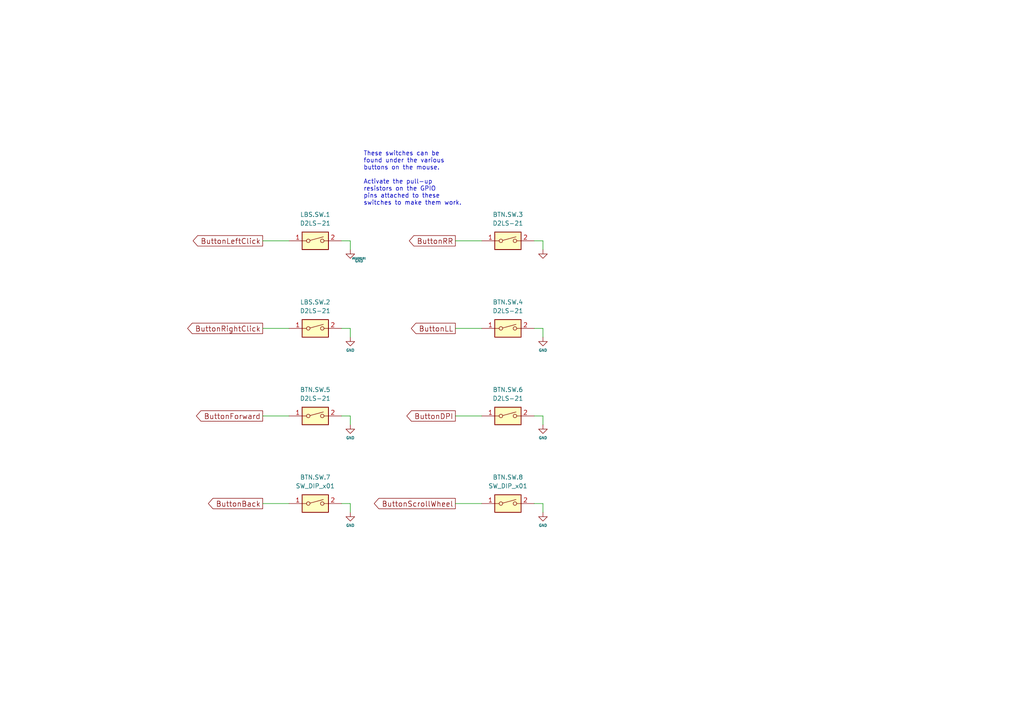
<source format=kicad_sch>
(kicad_sch (version 20211123) (generator eeschema)
  (paper "A4")
  (title_block (title "Buttons-SchDoc") (date "17 01 2023") (rev "2.001") (comment 4 "Original: Copyright Ploopy Corporation 2021") (comment 5 "Modified: Copyright Riesi 2023") (comment 7 "Licensed under the CERN-OHL-S v2") (comment 8 "http://ohwr.org/cernohl"))
  (lib_symbols
    (symbol "Switch:SW_DIP_x01" (pin_names (offset 0) hide)
      (property "Reference" "SW" (at 0 3.81 0))
      (property "Value" "SW_DIP_x01" (at 0 -3.81 0))
      (symbol "SW_DIP_x01_0_0"
        (circle (center -2.032 0) (radius 0.508))
        (polyline (pts (xy -1.524 0.127) (xy 2.3622 1.1684)))
        (circle (center 2.032 0) (radius 0.508))
      )
      (symbol "SW_DIP_x01_0_1"
        (rectangle (start -3.81 2.54) (end 3.81 -2.54) (stroke (width 0.254)) (fill (type background)))
      )
      (symbol "SW_DIP_x01_1_1"
        (pin passive line (at -7.62 0 0) (length 5.08) (name "~") (number "1"))
        (pin passive line (at 7.62 0 180) (length 5.08) (name "~") (number "2"))
      )
    )
    (symbol "power:GND" (power) (pin_names (offset 0))
      (property "Value" "GND" (at 0 -3.81 0))
      (symbol "GND_0_1"
        (polyline (pts (xy 0 0) (xy 0 -1.27) (xy 1.27 -1.27) (xy 0 -2.54) (xy -1.27 -1.27) (xy 0 -1.27)))
      )
      (symbol "GND_1_1"
        (pin power_in line (at 0 0 270) (length 0) hide (name "GND") (number "1"))
      )
    )
  )
  (wire (pts (xy 132.08 95.25) (xy 139.7 95.25)))
  (wire (pts (xy 132.08 146.05) (xy 139.7 146.05)))
  (wire (pts (xy 132.08 120.65) (xy 139.7 120.65)))
  (wire (pts (xy 157.48 95.25) (xy 154.94 95.25)))
  (polyline (pts (xy 193.04 260.35) (xy 193.04 247.65)))
  (polyline (pts (xy 245.11 260.35) (xy 245.11 252.73)))
  (wire (pts (xy 76.2 95.25) (xy 83.82 95.25)))
  (wire (pts (xy 101.6 97.79) (xy 101.6 95.25)))
  (wire (pts (xy 101.6 120.65) (xy 99.06 120.65)))
  (wire (pts (xy 157.48 120.65) (xy 154.94 120.65)))
  (wire (pts (xy 157.48 97.79) (xy 157.48 95.25)))
  (polyline (pts (xy 264.16 252.73) (xy 193.04 252.73)))
  (polyline (pts (xy 193.04 247.65) (xy 299.72 247.65)))
  (wire (pts (xy 157.48 69.85) (xy 154.94 69.85)))
  (polyline (pts (xy 264.16 260.35) (xy 264.16 247.65)))
  (wire (pts (xy 157.48 72.39) (xy 157.48 69.85)))
  (wire (pts (xy 101.6 146.05) (xy 99.06 146.05)))
  (wire (pts (xy 157.48 146.05) (xy 154.94 146.05)))
  (wire (pts (xy 76.2 146.05) (xy 83.82 146.05)))
  (wire (pts (xy 132.08 69.85) (xy 139.7 69.85)))
  (wire (pts (xy 101.6 148.59) (xy 101.6 146.05)))
  (wire (pts (xy 76.2 120.65) (xy 83.82 120.65)))
  (wire (pts (xy 101.6 95.25) (xy 99.06 95.25)))
  (wire (pts (xy 157.48 148.59) (xy 157.48 146.05)))
  (wire (pts (xy 101.6 69.85) (xy 99.06 69.85)))
  (wire (pts (xy 157.48 123.19) (xy 157.48 120.65)))
  (wire (pts (xy 76.2 69.85) (xy 83.82 69.85)))
  (polyline (pts (xy 147.32 260.35) (xy 147.32 247.65)))
  (wire (pts (xy 101.6 72.39) (xy 101.6 69.85)))
  (wire (pts (xy 101.6 123.19) (xy 101.6 120.65)))
  (polyline (pts (xy 264.16 257.81) (xy 193.04 257.81)))
  (polyline (pts (xy 147.32 247.65) (xy 193.04 247.65)))
  (text "Canada" (at 266.7 259.588 0) (effects (font (size 1.3716 1.3716)) (justify left bottom)))
  (text "PCB:" (at 194.31 256.54 0) (effects (font (size 1.3716 1.3716)) (justify left bottom)))
  (text "*" (at 200.152 251.714 0) (effects (font (size 2.1336 2.1336)) (justify left bottom)))
  (text "137-1140 Burnhamthorpe Road W" (at 266.7 254.508 0) (effects (font (size 1.3716 1.3716)) (justify left bottom)))
  (text "http://ohwr.org/cernohl" (at 149.86 257.81 0) (effects (font (size 1.6764 1.6764)) (justify left bottom)))
  (text "Copyright Ploopy Corporation 2021" (at 149.86 251.968 0) (effects (font (size 1.6764 1.6764)) (justify left bottom)))
  (text "Sheet" (at 246.38 260.35 0) (effects (font (size 1.3716 1.3716)) (justify left bottom)))
  (text "2" (at 252.222 260.35 0) (effects (font (size 1.3716 1.3716)) (justify left bottom)))
  (text "Title:" (at 194.31 251.46 0) (effects (font (size 1.3716 1.3716)) (justify left bottom)))
  (text "of" (at 256.032 260.35 0) (effects (font (size 1.3716 1.3716)) (justify left bottom)))
  (text "*" (at 219.71 260.35 0) (effects (font (size 1.3716 1.3716)) (justify left bottom)))
  (text "Mississauga ON L5C 0A3" (at 266.7 257.048 0) (effects (font (size 1.3716 1.3716)) (justify left bottom)))
  (text "These switches can be \nfound under the various \nbuttons on the mouse.    \n\nActivate the pull-up \nresistors on the GPIO \npins attached to these \nswitches to make them work." (at 105.41 59.69 0) (effects (font (size 1.27 1.27)) (justify left bottom)))
  (text "Version:" (at 246.38 256.54 0) (effects (font (size 1.3716 1.3716)) (justify left bottom)))
  (text "Ploopy Corporation" (at 266.7 251.968 0) (effects (font (size 1.9812 1.9812)) (justify left bottom)))
  (text "*" (at 200.152 256.794 0) (effects (font (size 1.9812 1.9812)) (justify left bottom)))
  (text "Licensed under the CERN-OHL-S v2" (at 149.86 255.27 0) (effects (font (size 1.6764 1.6764)) (justify left bottom)))
  (text "Time:" (at 213.36 260.35 0) (effects (font (size 1.3716 1.3716)) (justify left bottom)))
  (text "9" (at 259.08 260.35 0) (effects (font (size 1.3716 1.3716)) (justify left bottom)))
  (text "Date:" (at 194.31 260.35 0) (effects (font (size 1.3716 1.3716)) (justify left bottom)))
  (text "*" (at 200.66 260.35 0) (effects (font (size 1.3716 1.3716)) (justify left bottom)))
  (text "R1.002" (at 255.016 256.794 0) (effects (font (size 1.3716 1.3716)) (justify left bottom)))
  (global_label "ButtonLL" (shape output) (at 132.08 95.25 180) (effects (font (size 1.524 1.524))) (property "Intersheet References" "${INTERSHEET_REFS}" (effects hide)))
  (global_label "ButtonDPI" (shape output) (at 132.08 120.65 180) (effects (font (size 1.524 1.524))) (property "Intersheet References" "${INTERSHEET_REFS}" (effects hide)))
  (global_label "ButtonBack" (shape output) (at 76.2 146.05 180) (effects (font (size 1.524 1.524))) (property "Intersheet References" "${INTERSHEET_REFS}" (effects hide)))
  (global_label "ButtonRightClick" (shape output) (at 76.2 95.25 180) (effects (font (size 1.524 1.524))) (property "Intersheet References" "${INTERSHEET_REFS}" (effects hide)))
  (global_label "ButtonForward" (shape output) (at 76.2 120.65 180) (effects (font (size 1.524 1.524))) (property "Intersheet References" "${INTERSHEET_REFS}" (effects hide)))
  (global_label "ButtonScrollWheel" (shape output) (at 132.08 146.05 180) (effects (font (size 1.524 1.524))) (property "Intersheet References" "${INTERSHEET_REFS}" (effects hide)))
  (global_label "ButtonLeftClick" (shape output) (at 76.2 69.85 180) (effects (font (size 1.524 1.524))) (property "Intersheet References" "${INTERSHEET_REFS}" (effects hide)))
  (global_label "ButtonRR" (shape output) (at 132.08 69.85 180) (effects (font (size 1.524 1.524))) (property "Intersheet References" "${INTERSHEET_REFS}" (effects hide)))
  (symbol (lib_id "power:GND") (at 101.6 148.59 0) (unit 1)
    (property "Reference" "#GND_05" (effects hide))
    (property "Value" "GND" (at 101.6 152.4 0) (effects (font (size 0.762 0.762))))
  )
  (symbol (lib_id "power:GND") (at 101.6 123.19 0) (unit 1)
    (property "Reference" "#GND_04" (effects hide))
    (property "Value" "GND" (at 101.6 127 0) (effects (font (size 0.762 0.762))))
  )
  (symbol (lib_id "power:GND") (at 101.6 97.79 0) (unit 1)
    (property "Reference" "#GND_02" (effects hide))
    (property "Value" "GND" (at 101.6 101.6 0) (effects (font (size 0.762 0.762))))
  )
  (symbol (lib_id "power:GND") (at 101.6 72.39 0) (unit 1)
    (property "Reference" "#GND0101" (at 104.14 74.93 0) (effects (font (size 0.508 0.508))))
    (property "Value" "GND" (at 104.14 75.692 0) (effects (font (size 0.762 0.762))))
  )
  (symbol (lib_id "Switch:SW_DIP_x01") (at 91.44 146.05 0) (unit 1)
    (property "Reference" "BTN.SW.7" (at 91.44 138.43 0))
    (property "Value" "SW_DIP_x01" (at 91.44 140.97 0))
  )
  (symbol (lib_id "power:GND") (at 157.48 148.59 0) (unit 1)
    (property "Reference" "#GND_0112" (effects hide))
    (property "Value" "GND" (at 157.48 152.4 0) (effects (font (size 0.762 0.762))))
  )
  (symbol (lib_id "Switch:SW_DIP_x01") (at 91.44 95.25 0) (unit 1)
    (property "Reference" "LBS.SW.2" (at 91.44 87.63 0))
    (property "Value" "D2LS-21" (at 91.44 90.17 0))
  )
  (symbol (lib_id "Switch:SW_DIP_x01") (at 147.32 95.25 0) (unit 1)
    (property "Reference" "BTN.SW.4" (at 147.32 87.63 0))
    (property "Value" "D2LS-21" (at 147.32 90.17 0))
  )
  (symbol (lib_id "Switch:SW_DIP_x01") (at 147.32 120.65 0) (unit 1)
    (property "Reference" "BTN.SW.6" (at 147.32 113.03 0))
    (property "Value" "D2LS-21" (at 147.32 115.57 0))
  )
  (symbol (lib_id "Switch:SW_DIP_x01") (at 147.32 146.05 0) (unit 1)
    (property "Reference" "BTN.SW.8" (at 147.32 138.43 0))
    (property "Value" "SW_DIP_x01" (at 147.32 140.97 0))
  )
  (symbol (lib_id "Switch:SW_DIP_x01") (at 91.44 120.65 0) (unit 1)
    (property "Reference" "BTN.SW.5" (at 91.44 113.03 0))
    (property "Value" "D2LS-21" (at 91.44 115.57 0))
  )
  (symbol (lib_id "power:GND") (at 157.48 97.79 0) (unit 1)
    (property "Reference" "#GND_0113" (effects hide))
    (property "Value" "GND" (at 157.48 101.6 0) (effects (font (size 0.762 0.762))))
  )
  (symbol (lib_id "Switch:SW_DIP_x01") (at 91.44 69.85 0) (unit 1)
    (property "Reference" "LBS.SW.1" (at 91.44 62.23 0))
    (property "Value" "D2LS-21" (at 91.44 64.77 0))
  )
  (symbol (lib_id "power:GND") (at 157.48 123.19 0) (unit 1)
    (property "Reference" "#GND_0114" (effects hide))
    (property "Value" "GND" (at 157.48 127 0) (effects (font (size 0.762 0.762))))
  )
  (symbol (lib_id "power:GND") (at 157.48 72.39 0) (unit 1)
    (property "Reference" "#GND0102" (effects hide))
    (property "Value" "GND" (effects hide))
  )
  (symbol (lib_id "Switch:SW_DIP_x01") (at 147.32 69.85 0) (unit 1)
    (property "Reference" "BTN.SW.3" (at 147.32 62.23 0))
    (property "Value" "D2LS-21" (at 147.32 64.77 0))
  )
)
</source>
